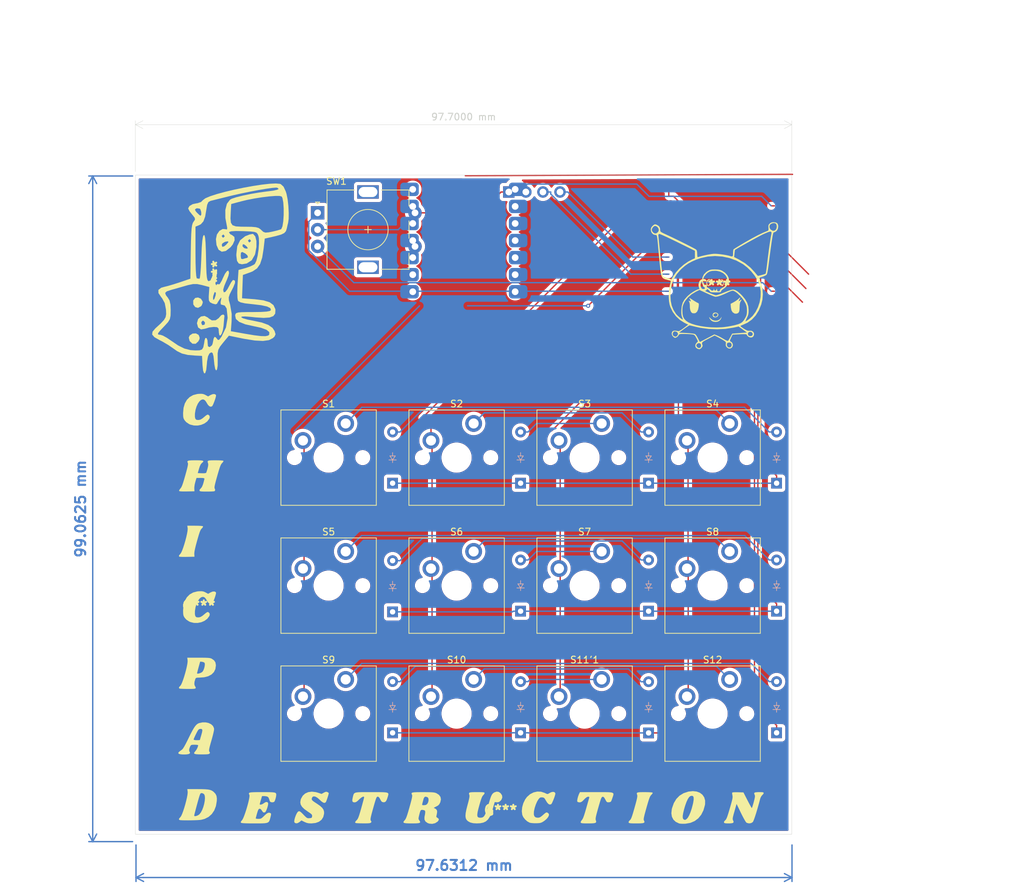
<source format=kicad_pcb>
(kicad_pcb (version 20240108) (generator "pcbnew") (generator_version "8.0")
  (layers (0 "F.Cu" signal) (31 "B.Cu" signal) (34 "B.Paste" user) (35 "F.Paste" user) (36 "B.SilkS" user "B.Silkscreen") (37 "F.SilkS" user "F.Silkscreen") (38 "B.Mask" user) (39 "F.Mask" user) (44 "Edge.Cuts" user))
  (net 0 "")
  (net 1 "unconnected-(U2-5V-Pad14)")
  (net 2 "Net-(J1-SDA)")
  (net 3 "Net-(J1-SCL)")
  (net 4 "Net-(U2-PB08_A6_D6_TX)")
  (net 5 "Net-(U2-PB09_A7_D7_RX)")
  (net 6 "unconnected-(U2-3V3-Pad12)")
  (net 7 "GND")
  (net 8 "Net-(D1-A)")
  (net 9 "Row 0")
  (net 10 "Net-(D2-A)")
  (net 11 "Net-(D3-A)")
  (net 12 "Net-(D4-A)")
  (net 13 "Net-(D5-A)")
  (net 14 "Row 1")
  (net 15 "Net-(D6-A)")
  (net 16 "Net-(D7-A)")
  (net 17 "Net-(D8-A)")
  (net 18 "Net-(D9-A)")
  (net 19 "Row 2")
  (net 20 "Net-(D10-A)")
  (net 21 "Net-(D11-A)")
  (net 22 "Net-(D12-A)")
  (net 23 "Column 0")
  (net 24 "Column 1")
  (net 25 "Column 2")
  (net 26 "Column 3")
  (footprint "ScottoKeebs_MX:MX_PCB_1.00u" (layer "F.Cu") (at 137.0108 94.2975)
    (property "Reference" "S8" (at 0 -8 0) (layer "F.SilkS"))
    (property "Value" "Keyswitch")
    (pad "" np_thru_hole circle (at -5.08 0) (size 1.75 1.75) (drill 1.75) (layers "*.Cu" "*.Mask"))
    (pad "" np_thru_hole circle (at 0 0) (size 4 4) (drill 4) (layers "*.Cu" "*.Mask"))
    (pad "" np_thru_hole circle (at 5.08 0) (size 1.75 1.75) (drill 1.75) (layers "*.Cu" "*.Mask"))
    (pad "1" thru_hole circle (at -3.81 -2.54) (size 2.5 2.5) (drill 1.5) (layers "*.Cu" "*.Mask") (net 26 "Column 3"))
    (pad "2" thru_hole circle (at 2.54 -5.08) (size 2.5 2.5) (drill 1.5) (layers "*.Cu" "*.Mask") (net 17 "Net-(D8-A)"))
  )
  (footprint "ScottoKeebs_MX:MX_PCB_1.00u" (layer "F.Cu") (at 79.8608 75.2475)
    (property "Reference" "S1" (at 0 -8 0) (layer "F.SilkS"))
    (property "Value" "Keyswitch")
    (pad "" np_thru_hole circle (at -5.08 0) (size 1.75 1.75) (drill 1.75) (layers "*.Cu" "*.Mask"))
    (pad "" np_thru_hole circle (at 0 0) (size 4 4) (drill 4) (layers "*.Cu" "*.Mask"))
    (pad "" np_thru_hole circle (at 5.08 0) (size 1.75 1.75) (drill 1.75) (layers "*.Cu" "*.Mask"))
    (pad "1" thru_hole circle (at -3.81 -2.54) (size 2.5 2.5) (drill 1.5) (layers "*.Cu" "*.Mask") (net 23 "Column 0"))
    (pad "2" thru_hole circle (at 2.54 -5.08) (size 2.5 2.5) (drill 1.5) (layers "*.Cu" "*.Mask") (net 8 "Net-(D1-A)"))
  )
  (footprint "ScottoKeebs_MX:MX_PCB_1.00u" (layer "F.Cu") (at 98.9108 94.2975)
    (property "Reference" "S6" (at 0 -8 0) (layer "F.SilkS"))
    (property "Value" "Keyswitch")
    (pad "" np_thru_hole circle (at -5.08 0) (size 1.75 1.75) (drill 1.75) (layers "*.Cu" "*.Mask"))
    (pad "" np_thru_hole circle (at 0 0) (size 4 4) (drill 4) (layers "*.Cu" "*.Mask"))
    (pad "" np_thru_hole circle (at 5.08 0) (size 1.75 1.75) (drill 1.75) (layers "*.Cu" "*.Mask"))
    (pad "1" thru_hole circle (at -3.81 -2.54) (size 2.5 2.5) (drill 1.5) (layers "*.Cu" "*.Mask") (net 24 "Column 1"))
    (pad "2" thru_hole circle (at 2.54 -5.08) (size 2.5 2.5) (drill 1.5) (layers "*.Cu" "*.Mask") (net 15 "Net-(D6-A)"))
  )
  (footprint "ScottoKeebs_MX:MX_PCB_1.00u" (layer "F.Cu") (at 98.9108 113.3475)
    (property "Reference" "S10" (at 0 -8 0) (layer "F.SilkS"))
    (property "Value" "Keyswitch")
    (pad "" np_thru_hole circle (at -5.08 0) (size 1.75 1.75) (drill 1.75) (layers "*.Cu" "*.Mask"))
    (pad "" np_thru_hole circle (at 0 0) (size 4 4) (drill 4) (layers "*.Cu" "*.Mask"))
    (pad "" np_thru_hole circle (at 5.08 0) (size 1.75 1.75) (drill 1.75) (layers "*.Cu" "*.Mask"))
    (pad "1" thru_hole circle (at -3.81 -2.54) (size 2.5 2.5) (drill 1.5) (layers "*.Cu" "*.Mask") (net 24 "Column 1"))
    (pad "2" thru_hole circle (at 2.54 -5.08) (size 2.5 2.5) (drill 1.5) (layers "*.Cu" "*.Mask") (net 20 "Net-(D10-A)"))
  )
  (footprint "ScottoKeebs_Components:OLED_128x64" (layer "F.Cu") (at 110.49 35.7187)
    (property "Reference" "J1" (hide yes))
    (property "Value" "OLED_128x64")
    (pad "1" thru_hole rect (at -3.81 0 90) (size 1.7 1.7) (drill 1) (layers "*.Cu" "*.Mask") (net 7 "GND"))
    (pad "2" thru_hole oval (at -1.27 0 90) (size 1.7 1.7) (drill 1) (layers "*.Cu" "*.Mask"))
    (pad "3" thru_hole oval (at 1.27 0 90) (size 1.7 1.7) (drill 1) (layers "*.Cu" "*.Mask") (net 3 "Net-(J1-SCL)"))
    (pad "4" thru_hole oval (at 3.81 0 90) (size 1.7 1.7) (drill 1) (layers "*.Cu" "*.Mask") (net 2 "Net-(J1-SDA)"))
  )
  (footprint "Rotary_Encoder:RotaryEncoder_Alps_EC11E-Switch_Vertical_H20mm" (layer "F.Cu") (at 78.225 38.8187)
    (property "Reference" "SW1" (at 2.8 -4.7 0) (layer "F.SilkS"))
    (property "Value" "RotaryEncoder_Switch")
    (pad "A" thru_hole rect (at 0 0) (size 2 2) (drill 1) (layers "*.Cu" "*.Mask") (net 4 "Net-(U2-PB08_A6_D6_TX)"))
    (pad "B" thru_hole circle (at 0 5) (size 2 2) (drill 1) (layers "*.Cu" "*.Mask") (net 5 "Net-(U2-PB09_A7_D7_RX)"))
    (pad "C" thru_hole circle (at 0 2.5) (size 2 2) (drill 1) (layers "*.Cu" "*.Mask") (net 7 "GND"))
    (pad "MP" thru_hole rect (at 7.5 -3.1) (size 3.2 2) (drill oval 2.8 1.5) (layers "*.Cu" "*.Mask"))
    (pad "MP" thru_hole rect (at 7.5 8.1) (size 3.2 2) (drill oval 2.8 1.5) (layers "*.Cu" "*.Mask"))
    (pad "S1" thru_hole circle (at 14.5 5) (size 2 2) (drill 1) (layers "*.Cu" "*.Mask"))
    (pad "S2" thru_hole circle (at 14.5 0) (size 2 2) (drill 1) (layers "*.Cu" "*.Mask") (net 7 "GND"))
  )
  (footprint "ScottoKeebs_Stabilizer:catisgun2" (layer "F.Cu") (at 63.30625 48.34375 90)
    (property "Reference" "G***" (at 0 0 90) (layer "F.SilkS") (effects (font (size 1.5 1.5) (thickness 0.3))))
    (property "Value" "LOGO" (hide yes))
  )
  (footprint "ScottoKeebs_Stabilizer:kuromi" (layer "F.Cu") (at 137.25625 49.64375)
    (property "Reference" "G***" (at 0 0 0) (layer "F.SilkS") (effects (font (size 1.5 1.5) (thickness 0.3))))
    (property "Value" "LOGO" (hide yes))
  )
  (footprint "ScottoKeebs_MX:MX_PCB_1.00u" (layer "F.Cu") (at 137.0108 75.2475)
    (property "Reference" "S4" (at 0 -8 0) (layer "F.SilkS"))
    (property "Value" "Keyswitch")
    (pad "" np_thru_hole circle (at -5.08 0) (size 1.75 1.75) (drill 1.75) (layers "*.Cu" "*.Mask"))
    (pad "" np_thru_hole circle (at 0 0) (size 4 4) (drill 4) (layers "*.Cu" "*.Mask"))
    (pad "" np_thru_hole circle (at 5.08 0) (size 1.75 1.75) (drill 1.75) (layers "*.Cu" "*.Mask"))
    (pad "1" thru_hole circle (at -3.81 -2.54) (size 2.5 2.5) (drill 1.5) (layers "*.Cu" "*.Mask") (net 26 "Column 3"))
    (pad "2" thru_hole circle (at 2.54 -5.08) (size 2.5 2.5) (drill 1.5) (layers "*.Cu" "*.Mask") (net 12 "Net-(D4-A)"))
  )
  (footprint "ScottoKeebs_MX:MX_PCB_1.00u" (layer "F.Cu") (at 137.0108 113.3475)
    (property "Reference" "S12" (at 0 -8 0) (layer "F.SilkS"))
    (property "Value" "Keyswitch")
    (pad "" np_thru_hole circle (at -5.08 0) (size 1.75 1.75) (drill 1.75) (layers "*.Cu" "*.Mask"))
    (pad "" np_thru_hole circle (at 0 0) (size 4 4) (drill 4) (layers "*.Cu" "*.Mask"))
    (pad "" np_thru_hole circle (at 5.08 0) (size 1.75 1.75) (drill 1.75) (layers "*.Cu" "*.Mask"))
    (pad "1" thru_hole circle (at -3.81 -2.54) (size 2.5 2.5) (drill 1.5) (layers "*.Cu" "*.Mask") (net 26 "Column 3"))
    (pad "2" thru_hole circle (at 2.54 -5.08) (size 2.5 2.5) (drill 1.5) (layers "*.Cu" "*.Mask") (net 22 "Net-(D12-A)"))
  )
  (footprint "ScottoKeebs_MX:MX_PCB_1.00u" (layer "F.Cu") (at 117.9608 75.2475)
    (property "Reference" "S3" (at 0 -8 0) (layer "F.SilkS"))
    (property "Value" "Keyswitch")
    (pad "" np_thru_hole circle (at -5.08 0) (size 1.75 1.75) (drill 1.75) (layers "*.Cu" "*.Mask"))
    (pad "" np_thru_hole circle (at 0 0) (size 4 4) (drill 4) (layers "*.Cu" "*.Mask"))
    (pad "" np_thru_hole circle (at 5.08 0) (size 1.75 1.75) (drill 1.75) (layers "*.Cu" "*.Mask"))
    (pad "1" thru_hole circle (at -3.81 -2.54) (size 2.5 2.5) (drill 1.5) (layers "*.Cu" "*.Mask") (net 25 "Column 2"))
    (pad "2" thru_hole circle (at 2.54 -5.08) (size 2.5 2.5) (drill 1.5) (layers "*.Cu" "*.Mask") (net 11 "Net-(D3-A)"))
  )
  (footprint "ScottoKeebs_MX:MX_PCB_1.00u" (layer "F.Cu") (at 79.8608 94.2975)
    (property "Reference" "S5" (at 0 -8 0) (layer "F.SilkS"))
    (property "Value" "Keyswitch")
    (pad "" np_thru_hole circle (at -5.08 0) (size 1.75 1.75) (drill 1.75) (layers "*.Cu" "*.Mask"))
    (pad "" np_thru_hole circle (at 0 0) (size 4 4) (drill 4) (layers "*.Cu" "*.Mask"))
    (pad "" np_thru_hole circle (at 5.08 0) (size 1.75 1.75) (drill 1.75) (layers "*.Cu" "*.Mask"))
    (pad "1" thru_hole circle (at -3.81 -2.54) (size 2.5 2.5) (drill 1.5) (layers "*.Cu" "*.Mask") (net 23 "Column 0"))
    (pad "2" thru_hole circle (at 2.54 -5.08) (size 2.5 2.5) (drill 1.5) (layers "*.Cu" "*.Mask") (net 13 "Net-(D5-A)"))
  )
  (footprint "ScottoKeebs_Stabilizer:estruction" (layer "F.Cu") (at 105.45625 127.74375)
    (property "Reference" "G***" (at 0 0 0) (layer "F.SilkS") (effects (font (size 1.5 1.5) (thickness 0.3))))
    (property "Value" "LOGO" (hide yes))
  )
  (footprint "ScottoKeebs_MX:MX_PCB_1.00u" (layer "F.Cu") (at 117.9608 94.2975)
    (property "Reference" "S7" (at 0 -8 0) (layer "F.SilkS"))
    (property "Value" "Keyswitch")
    (pad "" np_thru_hole circle (at -5.08 0) (size 1.75 1.75) (drill 1.75) (layers "*.Cu" "*.Mask"))
    (pad "" np_thru_hole circle (at 0 0) (size 4 4) (drill 4) (layers "*.Cu" "*.Mask"))
    (pad "" np_thru_hole circle (at 5.08 0) (size 1.75 1.75) (drill 1.75) (layers "*.Cu" "*.Mask"))
    (pad "1" thru_hole circle (at -3.81 -2.54) (size 2.5 2.5) (drill 1.5) (layers "*.Cu" "*.Mask") (net 25 "Column 2"))
    (pad "2" thru_hole circle (at 2.54 -5.08) (size 2.5 2.5) (drill 1.5) (layers "*.Cu" "*.Mask") (net 16 "Net-(D7-A)"))
  )
  (footprint "ScottoKeebs_MX:MX_PCB_1.00u" (layer "F.Cu") (at 117.9608 113.3475)
    (property "Reference" "S11'1" (at 0 -8 0) (layer "F.SilkS"))
    (property "Value" "Keyswitch")
    (pad "" np_thru_hole circle (at -5.08 0) (size 1.75 1.75) (drill 1.75) (layers "*.Cu" "*.Mask"))
    (pad "" np_thru_hole circle (at 0 0) (size 4 4) (drill 4) (layers "*.Cu" "*.Mask"))
    (pad "" np_thru_hole circle (at 5.08 0) (size 1.75 1.75) (drill 1.75) (layers "*.Cu" "*.Mask"))
    (pad "1" thru_hole circle (at -3.81 -2.54) (size 2.5 2.5) (drill 1.5) (layers "*.Cu" "*.Mask") (net 25 "Column 2"))
    (pad "2" thru_hole circle (at 2.54 -5.08) (size 2.5 2.5) (drill 1.5) (layers "*.Cu" "*.Mask") (net 21 "Net-(D11-A)"))
  )
  (footprint "ScottoKeebs_Stabilizer:chicpad" (layer "F.Cu") (at 60.53401 97.322911)
    (property "Reference" "G***" (at 0 0 0) (layer "F.SilkS") (effects (font (size 1.5 1.5) (thickness 0.3))))
    (property "Value" "LOGO" (hide yes))
  )
  (footprint "ScottoKeebs_MX:MX_PCB_1.00u" (layer "F.Cu") (at 79.8608 113.3475)
    (property "Reference" "S9" (at 0 -8 0) (layer "F.SilkS"))
    (property "Value" "Keyswitch")
    (pad "" np_thru_hole circle (at -5.08 0) (size 1.75 1.75) (drill 1.75) (layers "*.Cu" "*.Mask"))
    (pad "" np_thru_hole circle (at 0 0) (size 4 4) (drill 4) (layers "*.Cu" "*.Mask"))
    (pad "" np_thru_hole circle (at 5.08 0) (size 1.75 1.75) (drill 1.75) (layers "*.Cu" "*.Mask"))
    (pad "1" thru_hole circle (at -3.81 -2.54) (size 2.5 2.5) (drill 1.5) (layers "*.Cu" "*.Mask") (net 23 "Column 0"))
    (pad "2" thru_hole circle (at 2.54 -5.08) (size 2.5 2.5) (drill 1.5) (layers "*.Cu" "*.Mask") (net 18 "Net-(D9-A)"))
  )
  (footprint "ScottoKeebs_MX:MX_PCB_1.00u" (layer "F.Cu") (at 98.9108 75.2475)
    (property "Reference" "S2" (at 0 -8 0) (layer "F.SilkS"))
    (property "Value" "Keyswitch")
    (pad "" np_thru_hole circle (at -5.08 0) (size 1.75 1.75) (drill 1.75) (layers "*.Cu" "*.Mask"))
    (pad "" np_thru_hole circle (at 0 0) (size 4 4) (drill 4) (layers "*.Cu" "*.Mask"))
    (pad "" np_thru_hole circle (at 5.08 0) (size 1.75 1.75) (drill 1.75) (layers "*.Cu" "*.Mask"))
    (pad "1" thru_hole circle (at -3.81 -2.54) (size 2.5 2.5) (drill 1.5) (layers "*.Cu" "*.Mask") (net 24 "Column 1"))
    (pad "2" thru_hole circle (at 2.54 -5.08) (size 2.5 2.5) (drill 1.5) (layers "*.Cu" "*.Mask") (net 10 "Net-(D2-A)"))
  )
  (footprint "ScottoKeebs_Components:Diode_DO-35" (layer "B.Cu") (at 127.4858 116.2225 90)
    (property "Reference" "D10" (hide yes))
    (property "Value" "Diode" (hide yes))
    (pad "1" thru_hole rect (at 0 0 90) (size 1.6 1.6) (drill 0.8) (layers "*.Cu" "*.Mask") (net 19 "Row 2"))
    (pad "2" thru_hole oval (at 7.62 0 90) (size 1.6 1.6) (drill 0.8) (layers "*.Cu" "*.Mask") (net 20 "Net-(D10-A)"))
  )
  (footprint "ScottoKeebs_Components:Diode_DO-35" (layer "B.Cu") (at 89.3858 116.2125 90)
    (property "Reference" "D12" (hide yes))
    (property "Value" "Diode" (hide yes))
    (pad "1" thru_hole rect (at 0 0 90) (size 1.6 1.6) (drill 0.8) (layers "*.Cu" "*.Mask") (net 19 "Row 2"))
    (pad "2" thru_hole oval (at 7.62 0 90) (size 1.6 1.6) (drill 0.8) (layers "*.Cu" "*.Mask") (net 22 "Net-(D12-A)"))
  )
  (footprint "ScottoKeebs_Components:Diode_DO-35" (layer "B.Cu") (at 146.5358 116.205 90)
    (property "Reference" "D9" (hide yes))
    (property "Value" "Diode" (hide yes))
    (pad "1" thru_hole rect (at 0 0 90) (size 1.6 1.6) (drill 0.8) (layers "*.Cu" "*.Mask") (net 19 "Row 2"))
    (pad "2" thru_hole oval (at 7.62 0 90) (size 1.6 1.6) (drill 0.8) (layers "*.Cu" "*.Mask") (net 18 "Net-(D9-A)"))
  )
  (footprint "ScottoKeebs_MCU:Seeed_XIAO_RP2040" (layer "B.Cu") (at 100.00625 42.94375 180)
    (property "Reference" "U2" (hide yes))
    (property "Value" "MCU_Seeed_XIAO_RP2040")
    (pad "1" smd roundrect (at -8.065 7.62 180) (size 2.75 2) (layers "B.Cu" "B.Paste" "B.Mask") (net 26 "Column 3"))
    (pad "1" thru_hole rect (at -7.62 7.62 90) (size 1.6 1.6) (drill 1) (layers "*.Cu" "*.Mask") (net 26 "Column 3"))
    (pad "2" smd roundrect (at -8.065 5.08 180) (size 2.75 2) (layers "B.Cu" "B.Paste" "B.Mask") (net 25 "Column 2"))
    (pad "2" thru_hole circle (at -7.62 5.08 90) (size 1.6 1.6) (drill 1) (layers "*.Cu" "*.Mask") (net 25 "Column 2"))
    (pad "3" smd roundrect (at -8.065 2.54 180) (size 2.75 2) (layers "B.Cu" "B.Paste" "B.Mask") (net 24 "Column 1"))
    (pad "3" thru_hole circle (at -7.62 2.54 90) (size 1.6 1.6) (drill 1) (layers "*.Cu" "*.Mask") (net 24 "Column 1"))
    (pad "4" smd roundrect (at -8.065 0 180) (size 2.75 2) (layers "B.Cu" "B.Paste" "B.Mask") (net 23 "Column 0"))
    (pad "4" thru_hole circle (at -7.62 0 90) (size 1.6 1.6) (drill 1) (layers "*.Cu" "*.Mask") (net 23 "Column 0"))
    (pad "5" smd roundrect (at -8.065 -2.54 180) (size 2.75 2) (layers "B.Cu" "B.Paste" "B.Mask") (net 2 "Net-(J1-SDA)"))
    (pad "5" thru_hole circle (at -7.62 -2.54 90) (size 1.6 1.6) (drill 1) (layers "*.Cu" "*.Mask") (net 2 "Net-(J1-SDA)"))
    (pad "6" smd roundrect (at -8.065 -5.08 180) (size 2.75 2) (layers "B.Cu" "B.Paste" "B.Mask") (net 3 "Net-(J1-SCL)"))
    (pad "6" thru_hole circle (at -7.62 -5.08 90) (size 1.6 1.6) (drill 1) (layers "*.Cu" "*.Mask") (net 3 "Net-(J1-SCL)"))
    (pad "7" smd roundrect (at -8.065 -7.62 180) (size 2.75 2) (layers "B.Cu" "B.Paste" "B.Mask") (net 4 "Net-(U2-PB08_A6_D6_TX)"))
    (pad "7" thru_hole circle (at -7.62 -7.62 90) (size 1.6 1.6) (drill 1) (layers "*.Cu" "*.Mask") (net 4 "Net-(U2-PB08_A6_D6_TX)"))
    (pad "8" thru_hole circle (at 7.62 -7.62 90) (size 1.6 1.6) (drill 1) (layers "*.Cu" "*.Mask") (net 5 "Net-(U2-PB09_A7_D7_RX)"))
    (pad "8" smd roundrect (at 8.1 -7.62 180) (size 2.75 2) (layers "B.Cu" "B.Paste" "B.Mask") (net 5 "Net-(U2-PB09_A7_D7_RX)"))
    (pad "9" thru_hole circle (at 7.62 -5.08 90) (size 1.6 1.6) (drill 1) (layers "*.Cu" "*.Mask") (net 19 "Row 2"))
    (pad "9" smd roundrect (at 8.1 -5.08 180) (size 2.75 2) (layers "B.Cu" "B.Paste" "B.Mask") (net 19 "Row 2"))
    (pad "10" thru_hole circle (at 7.62 -2.54 90) (size 1.6 1.6) (drill 1) (layers "*.Cu" "*.Mask") (net 14 "Row 1"))
    (pad "10" smd roundrect (at 8.1 -2.54 180) (size 2.75 2) (layers "B.Cu" "B.Paste" "B.Mask") (net 14 "Row 1"))
    (pad "11" thru_hole circle (at 7.62 0 90) (size 1.6 1.6) (drill 1) (layers "*.Cu" "*.Mask") (net 9 "Row 0"))
    (pad "11" smd roundrect (at 8.1 0 180) (size 2.75 2) (layers "B.Cu" "B.Paste" "B.Mask") (net 9 "Row 0"))
    (pad "12" thru_hole circle (at 7.62 2.54 90) (size 1.6 1.6) (drill 1) (layers "*.Cu" "*.Mask") (net 6 "unconnected-(U2-3V3-Pad12)"))
    (pad "12" smd roundrect (at 8.1 2.54 180) (size 2.75 2) (layers "B.Cu" "B.Paste" "B.Mask") (net 6 "unconnected-(U2-3V3-Pad12)"))
    (pad "13" thru_hole circle (at 7.62 5.08 90) (size 1.6 1.6) (drill 1) (layers "*.Cu" "*.Mask") (net 7 "GND"))
    (pad "13" smd roundrect (at 8.1 5.08 180) (size 2.75 2) (layers "B.Cu" "B.Paste" "B.Mask") (net 7 "GND"))
    (pad "14" thru_hole circle (at 7.62 7.62 90) (size 1.6 1.6) (drill 1) (layers "*.Cu" "*.Mask") (net 1 "unconnected-(U2-5V-Pad14)"))
    (pad "14" smd roundrect (at 8.1 7.62 180) (size 2.75 2) (layers "B.Cu" "B.Paste" "B.Mask") (net 1 "unconnected-(U2-5V-Pad14)"))
  )
  (footprint "ScottoKeebs_Components:Diode_DO-35" (layer "B.Cu") (at 108.4358 116.205 90)
    (property "Reference" "D11" (hide yes))
    (property "Value" "Diode" (hide yes))
    (pad "1" thru_hole rect (at 0 0 90) (size 1.6 1.6) (drill 0.8) (layers "*.Cu" "*.Mask") (net 19 "Row 2"))
    (pad "2" thru_hole oval (at 7.62 0 90) (size 1.6 1.6) (drill 0.8) (layers "*.Cu" "*.Mask") (net 21 "Net-(D11-A)"))
  )
  (footprint "ScottoKeebs_Components:Diode_DO-35" (layer "B.Cu") (at 146.5358 79.0575 90)
    (property "Reference" "D1" (hide yes))
    (property "Value" "Diode" (hide yes))
    (pad "1" thru_hole rect (at 0 0 90) (size 1.6 1.6) (drill 0.8) (layers "*.Cu" "*.Mask") (net 9 "Row 0"))
    (pad "2" thru_hole oval (at 7.62 0 90) (size 1.6 1.6) (drill 0.8) (layers "*.Cu" "*.Mask") (net 8 "Net-(D1-A)"))
  )
  (footprint "ScottoKeebs_Components:Diode_DO-35" (layer "B.Cu") (at 89.3858 98.205 90)
    (property "Reference" "D8" (hide yes))
    (property "Value" "Diode" (hide yes))
    (pad "1" thru_hole rect (at 0 0 90) (size 1.6 1.6) (drill 0.8) (layers "*.Cu" "*.Mask") (net 14 "Row 1"))
    (pad "2" thru_hole oval (at 7.62 0 90) (size 1.6 1.6) (drill 0.8) (layers "*.Cu" "*.Mask") (net 17 "Net-(D8-A)"))
  )
  (footprint "ScottoKeebs_Components:Diode_DO-35" (layer "B.Cu") (at 127.4858 79.0575 90)
    (property "Reference" "D2" (hide yes))
    (property "Value" "Diode" (hide yes))
    (pad "1" thru_hole rect (at 0 0 90) (size 1.6 1.6) (drill 0.8) (layers "*.Cu" "*.Mask") (net 9 "Row 0"))
    (pad "2" thru_hole oval (at 7.62 0 90) (size 1.6 1.6) (drill 0.8) (layers "*.Cu" "*.Mask") (net 10 "Net-(D2-A)"))
  )
  (footprint "ScottoKeebs_Components:Diode_DO-35" (layer "B.Cu") (at 127.4858 98.1075 90)
    (property "Reference" "D6" (hide yes))
    (property "Value" "Diode" (hide yes))
    (pad "1" thru_hole rect (at 0 0 90) (size 1.6 1.6) (drill 0.8) (layers "*.Cu" "*.Mask") (net 14 "Row 1"))
    (pad "2" thru_hole oval (at 7.62 0 90) (size 1.6 1.6) (drill 0.8) (layers "*.Cu" "*.Mask") (net 15 "Net-(D6-A)"))
  )
  (footprint "ScottoKeebs_Components:Diode_DO-35" (layer "B.Cu") (at 89.3858 79.0575 90)
    (property "Reference" "D4" (hide yes))
    (property "Value" "Diode" (hide yes))
    (pad "1" thru_hole rect (at 0 0 90) (size 1.6 1.6) (drill 0.8) (layers "*.Cu" "*.Mask") (net 9 "Row 0"))
    (pad "2" thru_hole oval (at 7.62 0 90) (size 1.6 1.6) (drill 0.8) (layers "*.Cu" "*.Mask") (net 12 "Net-(D4-A)"))
  )
  (footprint "ScottoKeebs_Components:Diode_DO-35" (layer "B.Cu") (at 108.4358 79.0575 90)
    (property "Reference" "D3" (hide yes))
    (property "Value" "Diode" (hide yes))
    (pad "1" thru_hole rect (at 0 0 90) (size 1.6 1.6) (drill 0.8) (layers "*.Cu" "*.Mask") (net 9 "Row 0"))
    (pad "2" thru_hole oval (at 7.62 0 90) (size 1.6 1.6) (drill 0.8) (layers "*.Cu" "*.Mask") (net 11 "Net-(D3-A)"))
  )
  (footprint "ScottoKeebs_Components:Diode_DO-35" (layer "B.Cu") (at 108.4358 98.1075 90)
    (property "Reference" "D7" (hide yes))
    (property "Value" "Diode" (hide yes))
    (pad "1" thru_hole rect (at 0 0 90) (size 1.6 1.6) (drill 0.8) (layers "*.Cu" "*.Mask") (net 14 "Row 1"))
    (pad "2" thru_hole oval (at 7.62 0 90) (size 1.6 1.6) (drill 0.8) (layers "*.Cu" "*.Mask") (net 16 "Net-(D7-A)"))
  )
  (footprint "ScottoKeebs_Components:Diode_DO-35" (layer "B.Cu") (at 146.5358 98.1075 90)
    (property "Reference" "D5" (hide yes))
    (property "Value" "Diode" (hide yes))
    (pad "1" thru_hole rect (at 0 0 90) (size 1.6 1.6) (drill 0.8) (layers "*.Cu" "*.Mask") (net 14 "Row 1"))
    (pad "2" thru_hole oval (at 7.62 0 90) (size 1.6 1.6) (drill 0.8) (layers "*.Cu" "*.Mask") (net 13 "Net-(D5-A)"))
  )
  (gr_line (start 148.90625 33.09375) (end 100.20625 33.29375) (stroke (width 0.2)) (layer "F.Cu"))
  (gr_rect (start 51.10625 33.19375) (end 148.80625 131.29375) (stroke (width 0.05)) (fill none) (layer "Edge.Cuts"))
  (dimension (type aligned) (layer "B.Cu") (pts (xy 51.196875 132.4) (xy 148.828125 132.4)) (height 5.34375) (gr_text "97.6312 mm" (at 100.0125 135.94375 0) (layer "B.Cu") (effects (font (size 1.5 1.5) (thickness 0.3)))) (format (prefix "") (suffix "") (units 3) (units_format 1) (precision 4)) (style (thickness 0.2) (arrow_length 1.27) (text_position_mode 0) (extension_height 0.58642) (extension_offset 0.5) keep_text_aligned))
  (dimension (type aligned) (layer "B.Cu") (pts (xy 51.196875 132.4) (xy 51.196875 33.3375)) (height -6.440625) (gr_text "99.0625 mm" (at 42.95625 82.86875 90) (layer "B.Cu") (effects (font (size 1.5 1.5) (thickness 0.3)))) (format (prefix "") (suffix "") (units 3) (units_format 1) (precision 4)) (style (thickness 0.2) (arrow_length 1.27) (text_position_mode 0) (extension_height 0.58642) (extension_offset 0.5) keep_text_aligned))
  (dimension (type aligned) (layer "Edge.Cuts") (pts (xy 148.80625 33.19375) (xy 51.10625 33.19375)) (height 7.499999) (gr_text "97.7000 mm" (at 99.95625 24.543751 0) (layer "Edge.Cuts") (effects (font (size 1 1) (thickness 0.15)))) (format (prefix "") (suffix "") (units 3) (units_format 1) (precision 4)) (style (thickness 0.05) (arrow_length 1.27) (text_position_mode 0) (extension_height 0.58642) (extension_offset 0.5) keep_text_aligned))
  (segment (start 130.4925 36.3442) (end 131.1811 36.3442) (width 0.2) (layer "F.Cu") (net 1))
  (segment (start 130.0475 35.2425) (end 130.4925 35.2425) (width 0.2) (layer "F.Cu") (net 1))
  (segment (start 130.4925 35.2425) (end 130.4925 36.3442) (width 0.2) (layer "F.Cu") (net 1))
  (segment (start 131.1811 36.3442) (end 139.065 44.2281) (width 0.2) (layer "F.Cu") (net 1))
  (segment (start 130.4925 45.4025) (end 130.0475 45.4025) (width 0.2) (layer "F.Cu") (net 2))
  (segment (start 146.2125 45.4025) (end 150.8966 50.0866) (width 0.2) (layer "F.Cu") (net 2))
  (segment (start 145.7325 45.4025) (end 146.2125 45.4025) (width 0.2) (layer "F.Cu") (net 2))
  (segment (start 130.4925 45.4025) (end 125.1355 45.4025) (width 0.2) (layer "B.Cu") (net 2))
  (segment (start 125.1355 45.4025) (end 115.4517 35.7187) (width 0.2) (layer "B.Cu") (net 2))
  (segment (start 114.3 35.7187) (end 115.4517 35.7187) (width 0.2) (layer "B.Cu") (net 2))
  (segment (start 150.3883 52.1183) (end 146.2125 47.9425) (width 0.2) (layer "F.Cu") (net 3))
  (segment (start 130.4925 47.9425) (end 130.0475 47.9425) (width 0.2) (layer "F.Cu") (net 3))
  (segment (start 145.7325 47.9425) (end 146.2125 47.9425) (width 0.2) (layer "F.Cu") (net 3))
  (segment (start 112.9117 35.7187) (end 112.9117 36.0066) (width 0.2) (layer "B.Cu") (net 3))
  (segment (start 112.9117 36.0066) (end 124.8476 47.9425) (width 0.2) (layer "B.Cu") (net 3))
  (segment (start 111.76 35.7187) (end 112.9117 35.7187) (width 0.2) (layer "B.Cu") (net 3))
  (segment (start 124.8476 47.9425) (end 130.4925 47.9425) (width 0.2) (layer "B.Cu") (net 3))
  (segment (start 128.2816 42.8625) (end 118.488 52.6561) (width 0.2) (layer "F.Cu") (net 4))
  (segment (start 130.0475 42.8625) (end 128.2816 42.8625) (width 0.2) (layer "F.Cu") (net 4))
  (segment (start 130.4925 42.8625) (end 130.0475 42.8625) (width 0.2) (layer "F.Cu") (net 4))
  (segment (start 130.4925 50.4825) (end 130.0475 50.4825) (width 0.2) (layer "F.Cu") (net 4))
  (via (at 118.488 52.6561) (size 0.6) (drill 0.3) (layers "F.Cu" "B.Cu") (net 4))
  (segment (start 76.8998 44.3895) (end 82.9928 50.4825) (width 0.2) (layer "B.Cu") (net 4))
  (segment (start 118.488 52.6561) (end 100.5376 52.6561) (width 0.2) (layer "B.Cu") (net 4))
  (segment (start 82.9928 50.4825) (end 130.4925 50.4825) (width 0.2) (layer "B.Cu") (net 4))
  (segment (start 78.225 38.8187) (end 76.8998 40.1439) (width 0.2) (layer "B.Cu") (net 4))
  (segment (start 76.8998 40.1439) (end 76.8998 44.3895) (width 0.2) (layer "B.Cu") (net 4))
  (segment (start 146.2125 50.4825) (end 145.7325 50.4825) (width 0.2) (layer "F.Cu") (net 5))
  (segment (start 145.7325 50.4825) (end 144.461 49.211) (width 0.2) (layer "B.Cu") (net 5))
  (segment (start 144.461 49.211) (end 83.6173 49.211) (width 0.2) (layer "B.Cu") (net 5))
  (segment (start 83.6173 49.211) (end 78.225 43.8187) (width 0.2) (layer "B.Cu") (net 5))
  (segment (start 130.4925 40.3225) (end 130.0475 40.3225) (width 0.2) (layer "F.Cu") (net 6))
  (segment (start 130.0475 40.3225) (end 129.9708 40.3225) (width 0.2) (layer "F.Cu") (net 6))
  (segment (start 92.725 38.8187) (end 102.4283 38.8187) (width 0.2) (layer "F.Cu") (net 7))
  (segment (start 106.68 35.7187) (end 105.5283 35.7187) (width 0.2) (layer "F.Cu") (net 7))
  (segment (start 130.4925 37.7825) (end 130.0475 37.7825) (width 0.2) (layer "F.Cu") (net 7))
  (segment (start 102.4283 38.8187) (end 105.5283 35.7187) (width 0.2) (layer "F.Cu") (net 7))
  (segment (start 130.4925 37.7825) (end 131.771 39.061) (width 0.2) (layer "F.Cu") (net 7))
  (segment (start 131.771 39.061) (end 131.771 59.7007) (width 0.2) (layer "F.Cu") (net 7))
  (segment (start 146.2125 37.7825) (end 145.7325 37.7825) (width 0.2) (layer "F.Cu") (net 7))
  (segment (start 131.9213 44.2281) (end 131.9213 71.2787) (width 0.2) (layer "F.Cu") (net 7))
  (segment (start 144.3209 36.3709) (end 145.7325 37.7825) (width 0.2) (layer "B.Cu") (net 7))
  (segment (start 108.7235 34.539) (end 125.7266 34.539) (width 0.2) (layer "B.Cu") (net 7))
  (segment (start 78.225 41.3187) (end 90.225 41.3187) (width 0.2) (layer "B.Cu") (net 7))
  (segment (start 106.68 35.7187) (end 107.8317 35.7187) (width 0.2) (layer "B.Cu") (net 7))
  (segment (start 107.8317 35.4308) (end 108.7235 34.539) (width 0.2) (layer "B.Cu") (net 7))
  (segment (start 125.7266 34.539) (end 127.5585 36.3709) (width 0.2) (layer "B.Cu") (net 7))
  (segment (start 127.5585 36.3709) (end 144.3209 36.3709) (width 0.2) (layer "B.Cu") (net 7))
  (segment (start 107.8317 35.7187) (end 107.8317 35.4308) (width 0.2) (layer "B.Cu") (net 7))
  (segment (start 90.225 41.3187) (end 92.725 38.8187) (width 0.2) (layer "B.Cu") (net 7))
  (segment (start 145.4341 71.4375) (end 141.7589 67.7623) (width 0.2) (layer "B.Cu") (net 8))
  (segment (start 84.806 67.7623) (end 82.4008 70.1675) (width 0.2) (layer "B.Cu") (net 8))
  (segment (start 141.7589 67.7623) (end 84.806 67.7623) (width 0.2) (layer "B.Cu") (net 8))
  (segment (start 146.5358 71.4375) (end 145.4341 71.4375) (width 0.2) (layer "B.Cu") (net 8))
  (segment (start 146.5358 77.9558) (end 145.4341 76.8541) (width 0.2) (layer "F.Cu") (net 9))
  (segment (start 144.1546 75.4253) (end 144.1546 47.9483) (width 0.2) (layer "F.Cu") (net 9))
  (segment (start 146.5358 79.0575) (end 146.5358 77.9558) (width 0.2) (layer "F.Cu") (net 9))
  (segment (start 127.4858 79.0575) (end 145.4341 79.0575) (width 0.2) (layer "B.Cu") (net 9))
  (segment (start 146.5358 79.0575) (end 145.4341 79.0575) (width 0.2) (layer "B.Cu") (net 9))
  (segment (start 89.3858 79.0575) (end 108.4358 79.0575) (width 0.2) (layer "B.Cu") (net 9))
  (segment (start 108.4358 79.0575) (end 127.4858 79.0575) (width 0.2) (layer "B.Cu") (net 9))
  (segment (start 101.4508 70.1675) (end 103.0255 68.5928) (width 0.2) (layer "B.Cu") (net 10))
  (segment (start 103.0255 68.5928) (end 123.5394 68.5928) (width 0.2) (layer "B.Cu") (net 10))
  (segment (start 123.5394 68.5928) (end 126.3841 71.4375) (width 0.2) (layer "B.Cu") (net 10))
  (segment (start 127.4858 71.4375) (end 126.3841 71.4375) (width 0.2) (layer "B.Cu") (net 10))
  (segment (start 110.8075 70.1675) (end 120.5008 70.1675) (width 0.2) (layer "B.Cu") (net 11))
  (segment (start 108.4358 71.4375) (end 109.5375 71.4375) (width 0.2) (layer "B.Cu") (net 11))
  (segment (start 109.5375 71.4375) (end 110.8075 70.1675) (width 0.2) (layer "B.Cu") (net 11))
  (segment (start 137.5601 68.1768) (end 139.5508 70.1675) (width 0.2) (layer "B.Cu") (net 12))
  (segment (start 89.3858 71.4375) (end 90.4875 71.4375) (width 0.2) (layer "B.Cu") (net 12))
  (segment (start 90.4875 71.4375) (end 93.7482 68.1768) (width 0.2) (layer "B.Cu") (net 12))
  (segment (start 93.7482 68.1768) (end 137.5601 68.1768) (width 0.2) (layer "B.Cu") (net 12))
  (segment (start 145.4341 90.4875) (end 141.8043 86.8577) (width 0.2) (layer "B.Cu") (net 13))
  (segment (start 146.5358 90.4875) (end 145.4341 90.4875) (width 0.2) (layer "B.Cu") (net 13))
  (segment (start 141.8043 86.8577) (end 84.7606 86.8577) (width 0.2) (layer "B.Cu") (net 13))
  (segment (start 84.7606 86.8577) (end 82.4008 89.2175) (width 0.2) (layer "B.Cu") (net 13))
  (segment (start 146.5358 98.1075) (end 146.5358 97.0058) (width 0.2) (layer "F.Cu") (net 14))
  (segment (start 143.7529 50.0866) (end 143.7529 94.0736) (width 0.2) (layer "F.Cu") (net 14))
  (segment (start 145.0324 95.5024) (end 146.5358 97.0058) (width 0.2) (layer "F.Cu") (net 14))
  (segment (start 89.3858 98.205) (end 90.4875 98.205) (width 0.2) (layer "B.Cu") (net 14))
  (segment (start 108.4358 98.1075) (end 107.3341 98.1075) (width 0.2) (layer "B.Cu") (net 14))
  (segment (start 108.4358 98.1075) (end 127.4858 98.1075) (width 0.2) (layer "B.Cu") (net 14))
  (segment (start 146.5358 98.1075) (end 127.4858 98.1075) (width 0.2) (layer "B.Cu") (net 14))
  (segment (start 107.3341 98.1075) (end 107.2366 98.205) (width 0.2) (layer "B.Cu") (net 14))
  (segment (start 107.2366 98.205) (end 90.4875 98.205) (width 0.2) (layer "B.Cu") (net 14))
  (segment (start 103.0072 87.6611) (end 101.4508 89.2175) (width 0.2) (layer "B.Cu") (net 15))
  (segment (start 123.5577 87.6611) (end 103.0072 87.6611) (width 0.2) (layer "B.Cu") (net 15))
  (segment (start 127.4858 90.4875) (end 126.3841 90.4875) (width 0.2) (layer "B.Cu") (net 15))
  (segment (start 126.3841 90.4875) (end 123.5577 87.6611) (width 0.2) (layer "B.Cu") (net 15))
  (segment (start 108.4358 90.4875) (end 109.5375 90.4875) (width 0.2) (layer "B.Cu") (net 16))
  (segment (start 110.8075 89.2175) (end 120.5008 89.2175) (width 0.2) (layer "B.Cu") (net 16))
  (segment (start 109.5375 90.4875) (end 110.8075 89.2175) (width 0.2) (layer "B.Cu") (net 16))
  (segment (start 137.5927 87.2594) (end 139.5508 89.2175) (width 0.2) (layer "B.Cu") (net 17))
  (segment (start 90.4875 90.585) (end 93.8131 87.2594) (width 0.2) (layer "B.Cu") (net 17))
  (segment (start 93.8131 87.2594) (end 137.5927 87.2594) (width 0.2) (layer "B.Cu") (net 17))
  (segment (start 89.3858 90.585) (end 90.4875 90.585) (width 0.2) (layer "B.Cu") (net 17))
  (segment (start 145.4341 108.585) (end 142.735 105.8859) (width 0.2) (layer "B.Cu") (net 18))
  (segment (start 146.5358 108.585) (end 145.4341 108.585) (width 0.2) (layer "B.Cu") (net 18))
  (segment (start 84.7824 105.8859) (end 82.4008 108.2675) (width 0.2) (layer "B.Cu") (net 18))
  (segment (start 142.735 105.8859) (end 84.7824 105.8859) (width 0.2) (layer "B.Cu") (net 18))
  (segment (start 127.4858 116.2225) (end 141.3932 116.2225) (width 0.2) (layer "F.Cu") (net 19))
  (segment (start 143.2446 111.6628) (end 143.2446 52.1183) (width 0.2) (layer "F.Cu") (net 19))
  (segment (start 141.3932 116.2225) (end 144.5241 113.0916) (width 0.2) (layer "F.Cu") (net 19))
  (segment (start 146.5358 115.1033) (end 144.5241 113.0916) (width 0.2) (layer "F.Cu") (net 19))
  (segment (start 146.5358 116.205) (end 146.5358 115.1033) (width 0.2) (layer "F.Cu") (net 19))
  (segment (start 89.3858 116.2125) (end 107.3266 116.2125) (width 0.2) (layer "B.Cu") (net 19))
  (segment (start 109.5375 116.205) (end 109.555 116.2225) (width 0.2) (layer "B.Cu") (net 19))
  (segment (start 109.555 116.2225) (end 127.4858 116.2225) (width 0.2) (layer "B.Cu") (net 19))
  (segment (start 108.4358 116.205) (end 109.5375 116.205) (width 0.2) (layer "B.Cu") (net 19))
  (segment (start 108.4358 116.205) (end 107.3341 116.205) (width 0.2) (layer "B.Cu") (net 19))
  (segment (start 107.3266 116.2125) (end 107.3341 116.205) (width 0.2) (layer "B.Cu") (net 19))
  (segment (start 103.0128 106.7055) (end 124.4871 106.7055) (width 0.2) (layer "B.Cu") (net 20))
  (segment (start 124.4871 106.7055) (end 126.3841 108.6025) (width 0.2) (layer "B.Cu") (net 20))
  (segment (start 101.4508 108.2675) (end 103.0128 106.7055) (width 0.2) (layer "B.Cu") (net 20))
  (segment (start 127.4858 108.6025) (end 126.3841 108.6025) (width 0.2) (layer "B.Cu") (net 20))
  (segment (start 108.4358 108.585) (end 109.5375 108.585) (width 0.2) (layer "B.Cu") (net 21))
  (segment (start 109.855 108.2675) (end 120.5008 108.2675) (width 0.2) (layer "B.Cu") (net 21))
  (segment (start 109.5375 108.585) (end 109.855 108.2675) (width 0.2) (layer "B.Cu") (net 21))
  (segment (start 89.3858 108.5925) (end 90.4875 108.5925) (width 0.2) (layer "B.Cu") (net 22))
  (segment (start 92.7843 106.2957) (end 137.579 106.2957) (width 0.2) (layer "B.Cu") (net 22))
  (segment (start 90.4875 108.5925) (end 92.7843 106.2957) (width 0.2) (layer "B.Cu") (net 22))
  (segment (start 137.579 106.2957) (end 139.5508 108.2675) (width 0.2) (layer "B.Cu") (net 22))
  (segment (start 76.2075 91.6008) (end 76.0508 91.7575) (width 0.2) (layer "F.Cu") (net 23))
  (segment (start 145.7325 42.8625) (end 146.2125 42.8625) (width 0.2) (layer "F.Cu") (net 23))
  (segment (start 76.2118 110.6465) (end 76.0508 110.8075) (width 0.2) (layer "F.Cu") (net 23))
  (segment (start 76.0508 72.7075) (end 76.2075 72.8642) (width 0.2) (layer "F.Cu") (net 23))
  (segment (start 76.2075 72.8642) (end 76.2075 91.6008) (width 0.2) (layer "F.Cu") (net 23))
  (segment (start 76.0508 91.7575) (end 76.2118 91.9185) (width 0.2) (layer "F.Cu") (net 23))
  (segment (start 76.2118 91.9185) (end 76.2118 110.6465) (width 0.2) (layer "F.Cu") (net 23))
  (segment (start 151.2983 47.9483) (end 146.2125 42.8625) (width 0.2) (layer "F.Cu") (net 23))
  (segment (start 93.3939 52.6561) (end 74.7713 71.2787) (width 0.2) (layer "B.Cu") (net 23))
  (segment (start 95.1008 110.8075) (end 95.2575 110.6508) (width 0.2) (layer "F.Cu") (net 24))
  (segment (start 95.2575 72.8642) (end 95.2575 91.6008) (width 0.2) (layer "F.Cu") (net 24))
  (segment (start 95.1008 70.7571) (end 95.1008 72.7075) (width 0.2) (layer "F.Cu") (net 24))
  (segment (start 95.2575 91.9142) (end 95.1008 91.7575) (width 0.2) (layer "F.Cu") (net 24))
  (segment (start 95.1008 72.7075) (end 95.2575 72.8642) (width 0.2) (layer "F.Cu") (net 24))
  (segment (start 122.8271 40.3225) (end 93.8213 69.3283) (width 0.2) (layer "F.Cu") (net 24))
  (segment (start 95.2575 110.6508) (end 95.2575 91.9142) (width 0.2) (layer "F.Cu") (net 24))
  (segment (start 95.2575 91.6008) (end 95.1008 91.7575) (width 0.2) (layer "F.Cu") (net 24))
  (segment (start 146.2125 40.3225) (end 145.7325 40.3225) (width 0.2) (layer "F.Cu") (net 24))
  (segment (start 114.3287 91.9354) (end 114.1508 91.7575) (width 0.2) (layer "F.Cu") (net 25))
  (segment (start 114.3288 91.5795) (end 114.1508 91.7575) (width 0.2) (layer "F.Cu") (net 25))
  (segment (start 114.3288 72.7075) (end 114.1508 72.7075) (width 0.2) (layer "F.Cu") (net 25))
  (segment (start 114.3288 72.7075) (end 114.3288 91.5795) (width 0.2) (layer "F.Cu") (net 25))
  (segment (start 114.1508 110.8075) (end 114.3287 110.6296) (width 0.2) (layer "F.Cu") (net 25))
  (segment (start 114.3287 110.6296) (end 114.3287 91.9354) (width 0.2) (layer "F.Cu") (net 25))
  (segment (start 124.6273 59.7007) (end 113.0493 71.2787) (width 0.2) (layer "F.Cu") (net 25))
  (segment (start 133.3782 110.6301) (end 133.2008 110.8075) (width 0.2) (layer "F.Cu") (net 26))
  (segment (start 133.3575 91.6008) (end 133.2008 91.7575) (width 0.2) (layer "F.Cu") (net 26))
  (segment (start 146.2125 35.2425) (end 145.7325 35.2425) (width 0.2) (layer "F.Cu") (net 26))
  (segment (start 133.3782 91.9349) (end 133.3782 110.6301) (width 0.2) (layer "F.Cu") (net 26))
  (segment (start 133.3575 72.8642) (end 133.3575 91.6008) (width 0.2) (layer "F.Cu") (net 26))
  (segment (start 133.2008 91.7575) (end 133.3782 91.9349) (width 0.2) (layer "F.Cu") (net 26))
  (segment (start 133.2008 72.7075) (end 133.3575 72.8642) (width 0.2) (layer "F.Cu") (net 26))
  (zone (net 0) (net_name "") (layers "F&B.Cu") (connect_pads (clearance 0.5)) (min_thickness 0.25) (fill yes (thermal_gap 0.5) (thermal_bridge_width 0.5) (island_removal_mode 1) (island_area_min 10))
    (polygon (pts (xy 30.95625 26.19375) (xy 30.95625 140.49375) (xy 183.35625 140.49375) (xy 164.30625 7.14375)))
  )
)
</source>
